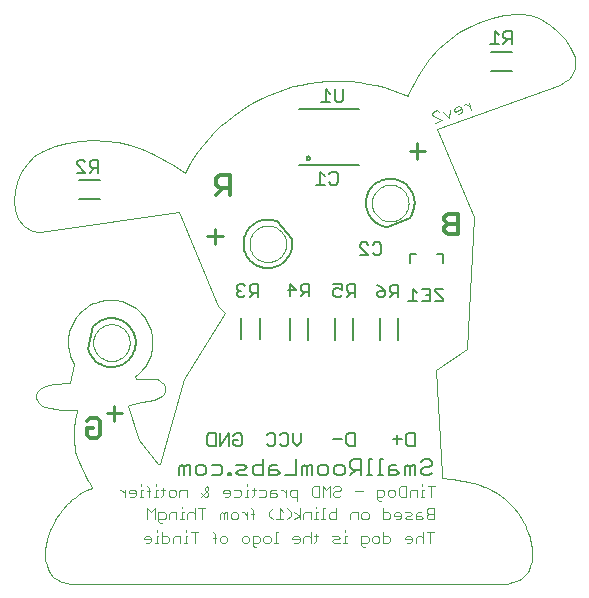
<source format=gbo>
G75*
G70*
%OFA0B0*%
%FSLAX24Y24*%
%IPPOS*%
%LPD*%
%AMOC8*
5,1,8,0,0,1.08239X$1,22.5*
%
%ADD10C,0.0000*%
%ADD11C,0.0050*%
%ADD12C,0.0090*%
%ADD13C,0.0060*%
%ADD14C,0.0030*%
%ADD15C,0.0120*%
%ADD16C,0.0080*%
D10*
X001382Y000617D02*
X001342Y000762D01*
X001315Y000858D01*
X001302Y000906D01*
X001299Y001092D01*
X001296Y001216D01*
X001295Y001278D01*
X001329Y001461D01*
X001352Y001583D01*
X001363Y001644D01*
X001427Y001821D01*
X001469Y001939D01*
X001491Y001998D01*
X001580Y002165D01*
X001640Y002277D01*
X001670Y002333D01*
X001784Y002488D01*
X001859Y002592D01*
X001897Y002643D01*
X002035Y002782D01*
X002126Y002875D01*
X002172Y002921D01*
X002331Y003039D01*
X002438Y003118D01*
X002491Y003157D01*
X002670Y003250D01*
X002789Y003311D01*
X002849Y003342D01*
X002774Y003482D01*
X002724Y003576D01*
X002698Y003623D01*
X002626Y003764D01*
X002578Y003858D01*
X002554Y003905D01*
X002487Y004049D01*
X002442Y004145D01*
X002420Y004192D01*
X002363Y004361D01*
X002325Y004474D01*
X002306Y004530D01*
X002278Y004705D01*
X002259Y004821D01*
X002249Y004879D01*
X002246Y005056D01*
X002245Y005174D01*
X002244Y005232D01*
X002264Y005408D01*
X002277Y005525D01*
X002283Y005584D01*
X002320Y005757D01*
X002345Y005873D01*
X002357Y005931D01*
X002323Y005931D01*
X002045Y005940D01*
X001760Y005946D01*
X001717Y005950D01*
X001591Y005968D01*
X001507Y005981D01*
X001464Y005987D01*
X001300Y006042D01*
X001190Y006079D01*
X001078Y006158D01*
X001028Y006248D01*
X000988Y006338D01*
X000988Y006448D01*
X001048Y006573D01*
X001158Y006668D01*
X001313Y006738D01*
X001548Y006788D01*
X002108Y006838D01*
X002258Y007468D01*
X002221Y007533D01*
X002188Y007600D01*
X002158Y007669D01*
X002132Y007739D01*
X002110Y007810D01*
X002092Y007883D01*
X002077Y007956D01*
X002066Y008030D01*
X002060Y008104D01*
X002057Y008179D01*
X002058Y008254D01*
X002064Y008328D01*
X002073Y008403D01*
X002086Y008476D01*
X002103Y008549D01*
X002124Y008621D01*
X002148Y008691D01*
X002176Y008761D01*
X002208Y008828D01*
X002244Y008894D01*
X002283Y008958D01*
X002325Y009020D01*
X002371Y009079D01*
X002419Y009136D01*
X002471Y009190D01*
X002525Y009241D01*
X002582Y009290D01*
X002641Y009335D01*
X002703Y009377D01*
X002767Y009416D01*
X002833Y009451D01*
X002901Y009483D01*
X002970Y009511D01*
X003041Y009536D01*
X003112Y009556D01*
X003185Y009573D01*
X003259Y009586D01*
X003333Y009595D01*
X003408Y009600D01*
X003483Y009601D01*
X003557Y009598D01*
X003632Y009591D01*
X003706Y009580D01*
X003779Y009566D01*
X003851Y009547D01*
X003923Y009525D01*
X003993Y009498D01*
X004061Y009468D01*
X004128Y009435D01*
X004193Y009398D01*
X004256Y009358D01*
X004317Y009314D01*
X004375Y009267D01*
X004431Y009217D01*
X004484Y009165D01*
X004534Y009109D01*
X004581Y009051D01*
X004625Y008991D01*
X004666Y008928D01*
X004703Y008863D01*
X004737Y008797D01*
X004767Y008728D01*
X004794Y008658D01*
X004817Y008587D01*
X004836Y008515D01*
X004851Y008442D01*
X004862Y008368D01*
X004869Y008293D01*
X004873Y008219D01*
X004872Y008144D01*
X004868Y008069D01*
X004859Y007995D01*
X004847Y007921D01*
X004830Y007848D01*
X004810Y007776D01*
X004786Y007706D01*
X004758Y007636D01*
X004727Y007568D01*
X004692Y007502D01*
X004654Y007438D01*
X004612Y007376D01*
X004567Y007316D01*
X004519Y007259D01*
X004468Y007204D01*
X004414Y007153D01*
X004357Y007104D01*
X004298Y007058D01*
X004308Y006968D01*
X004823Y006978D01*
X005008Y006958D01*
X005083Y006918D01*
X005173Y006878D01*
X005258Y006798D01*
X005298Y006688D01*
X005298Y006568D01*
X005258Y006468D01*
X005188Y006398D01*
X005068Y006328D01*
X004918Y006278D01*
X004538Y006198D01*
X004078Y006108D01*
X004058Y006078D01*
X004418Y004938D01*
X005068Y004128D01*
X005128Y004128D01*
X005908Y006958D01*
X006678Y008198D01*
X007288Y009178D01*
X007048Y009408D01*
X005758Y012538D01*
X001118Y011878D01*
X001098Y011878D01*
X000868Y011898D01*
X000588Y012068D01*
X000398Y012308D01*
X000288Y012588D01*
X000258Y012888D01*
X000288Y013218D01*
X000368Y013538D01*
X000428Y013698D01*
X000498Y013848D01*
X000678Y014138D01*
X000918Y014388D01*
X001218Y014568D01*
X001618Y014728D01*
X002028Y014838D01*
X002448Y014908D01*
X002868Y014928D01*
X002918Y014928D01*
X003308Y014908D01*
X003728Y014848D01*
X004128Y014748D01*
X004518Y014618D01*
X004888Y014468D01*
X005258Y014278D01*
X005608Y014068D01*
X005948Y013838D01*
X008108Y011468D02*
X008110Y011517D01*
X008116Y011566D01*
X008126Y011614D01*
X008139Y011661D01*
X008157Y011707D01*
X008178Y011751D01*
X008202Y011794D01*
X008230Y011834D01*
X008261Y011873D01*
X008295Y011908D01*
X008332Y011941D01*
X008371Y011970D01*
X008413Y011996D01*
X008456Y012019D01*
X008502Y012038D01*
X008548Y012054D01*
X008596Y012066D01*
X008644Y012074D01*
X008693Y012078D01*
X008743Y012078D01*
X008792Y012074D01*
X008840Y012066D01*
X008888Y012054D01*
X008934Y012038D01*
X008980Y012019D01*
X009023Y011996D01*
X009065Y011970D01*
X009104Y011941D01*
X009141Y011908D01*
X009175Y011873D01*
X009206Y011834D01*
X009234Y011794D01*
X009258Y011751D01*
X009279Y011707D01*
X009297Y011661D01*
X009310Y011614D01*
X009320Y011566D01*
X009326Y011517D01*
X009328Y011468D01*
X009326Y011419D01*
X009320Y011370D01*
X009310Y011322D01*
X009297Y011275D01*
X009279Y011229D01*
X009258Y011185D01*
X009234Y011142D01*
X009206Y011102D01*
X009175Y011063D01*
X009141Y011028D01*
X009104Y010995D01*
X009065Y010966D01*
X009023Y010940D01*
X008980Y010917D01*
X008934Y010898D01*
X008888Y010882D01*
X008840Y010870D01*
X008792Y010862D01*
X008743Y010858D01*
X008693Y010858D01*
X008644Y010862D01*
X008596Y010870D01*
X008548Y010882D01*
X008502Y010898D01*
X008456Y010917D01*
X008413Y010940D01*
X008371Y010966D01*
X008332Y010995D01*
X008295Y011028D01*
X008261Y011063D01*
X008230Y011102D01*
X008202Y011142D01*
X008178Y011185D01*
X008157Y011229D01*
X008139Y011275D01*
X008126Y011322D01*
X008116Y011370D01*
X008110Y011419D01*
X008108Y011468D01*
X005948Y013838D02*
X006084Y014082D01*
X006232Y014319D01*
X006391Y014549D01*
X006561Y014770D01*
X006741Y014983D01*
X006932Y015187D01*
X007133Y015382D01*
X007342Y015566D01*
X007561Y015740D01*
X007787Y015903D01*
X008022Y016055D01*
X008263Y016196D01*
X008511Y016324D01*
X008765Y016440D01*
X009024Y016544D01*
X009288Y016635D01*
X009557Y016713D01*
X009828Y016778D01*
X010103Y016830D01*
X010379Y016868D01*
X010657Y016892D01*
X010937Y016903D01*
X011216Y016901D01*
X011495Y016885D01*
X011772Y016855D01*
X012048Y016812D01*
X012322Y016755D01*
X012592Y016685D01*
X012859Y016603D01*
X013121Y016507D01*
X013378Y016398D01*
X013373Y016398D02*
X013768Y017138D01*
X014103Y017623D01*
X014388Y017953D01*
X014608Y018163D01*
X015078Y018513D01*
X015408Y018708D01*
X015798Y018878D01*
X016188Y019003D01*
X016583Y019088D01*
X017018Y019133D01*
X017168Y019133D01*
X017458Y019093D01*
X017748Y018988D01*
X018118Y018773D01*
X018368Y018573D01*
X018613Y018308D01*
X018803Y018038D01*
X018948Y017703D01*
X018958Y017323D01*
X018873Y017098D01*
X018763Y016963D01*
X018588Y016858D01*
X018448Y016768D01*
X014358Y015308D01*
X015578Y012378D01*
X015368Y007968D01*
X014328Y007268D01*
X014528Y003798D01*
X014508Y003678D01*
X014508Y003658D01*
X014809Y003625D01*
X014870Y003619D01*
X015052Y003590D01*
X015174Y003570D01*
X015234Y003561D01*
X015414Y003523D01*
X015534Y003497D01*
X015594Y003484D01*
X015789Y003421D01*
X015919Y003379D01*
X015984Y003358D01*
X016164Y003264D01*
X016283Y003202D01*
X016343Y003171D01*
X016502Y003051D01*
X016608Y002971D01*
X016661Y002932D01*
X016798Y002791D01*
X016889Y002698D01*
X016934Y002651D01*
X017048Y002495D01*
X017123Y002391D01*
X017161Y002339D01*
X017250Y002170D01*
X017310Y002058D01*
X017340Y002002D01*
X017403Y001824D01*
X017446Y001706D01*
X017467Y001647D01*
X017501Y001463D01*
X017524Y001340D01*
X017535Y001279D01*
X017533Y001093D01*
X017531Y000968D01*
X017530Y000906D01*
X017463Y000721D01*
X017419Y000597D01*
X017397Y000535D01*
X017250Y000392D01*
X017152Y000297D01*
X017103Y000250D01*
X016899Y000189D01*
X016762Y000148D01*
X016718Y000138D01*
X002158Y000138D01*
X001993Y000173D01*
X001885Y000191D01*
X001831Y000200D01*
X001694Y000283D01*
X001603Y000338D01*
X001558Y000366D01*
X001470Y000492D01*
X001411Y000575D01*
X001382Y000617D01*
X002894Y008177D02*
X002896Y008226D01*
X002902Y008275D01*
X002912Y008323D01*
X002925Y008370D01*
X002943Y008416D01*
X002964Y008460D01*
X002988Y008503D01*
X003016Y008543D01*
X003047Y008582D01*
X003081Y008617D01*
X003118Y008650D01*
X003157Y008679D01*
X003199Y008705D01*
X003242Y008728D01*
X003288Y008747D01*
X003334Y008763D01*
X003382Y008775D01*
X003430Y008783D01*
X003479Y008787D01*
X003529Y008787D01*
X003578Y008783D01*
X003626Y008775D01*
X003674Y008763D01*
X003720Y008747D01*
X003766Y008728D01*
X003809Y008705D01*
X003851Y008679D01*
X003890Y008650D01*
X003927Y008617D01*
X003961Y008582D01*
X003992Y008543D01*
X004020Y008503D01*
X004044Y008460D01*
X004065Y008416D01*
X004083Y008370D01*
X004096Y008323D01*
X004106Y008275D01*
X004112Y008226D01*
X004114Y008177D01*
X004112Y008128D01*
X004106Y008079D01*
X004096Y008031D01*
X004083Y007984D01*
X004065Y007938D01*
X004044Y007894D01*
X004020Y007851D01*
X003992Y007811D01*
X003961Y007772D01*
X003927Y007737D01*
X003890Y007704D01*
X003851Y007675D01*
X003809Y007649D01*
X003766Y007626D01*
X003720Y007607D01*
X003674Y007591D01*
X003626Y007579D01*
X003578Y007571D01*
X003529Y007567D01*
X003479Y007567D01*
X003430Y007571D01*
X003382Y007579D01*
X003334Y007591D01*
X003288Y007607D01*
X003242Y007626D01*
X003199Y007649D01*
X003157Y007675D01*
X003118Y007704D01*
X003081Y007737D01*
X003047Y007772D01*
X003016Y007811D01*
X002988Y007851D01*
X002964Y007894D01*
X002943Y007938D01*
X002925Y007984D01*
X002912Y008031D01*
X002902Y008079D01*
X002896Y008128D01*
X002894Y008177D01*
X012188Y012828D02*
X012190Y012877D01*
X012196Y012926D01*
X012206Y012974D01*
X012219Y013021D01*
X012237Y013067D01*
X012258Y013111D01*
X012282Y013154D01*
X012310Y013194D01*
X012341Y013233D01*
X012375Y013268D01*
X012412Y013301D01*
X012451Y013330D01*
X012493Y013356D01*
X012536Y013379D01*
X012582Y013398D01*
X012628Y013414D01*
X012676Y013426D01*
X012724Y013434D01*
X012773Y013438D01*
X012823Y013438D01*
X012872Y013434D01*
X012920Y013426D01*
X012968Y013414D01*
X013014Y013398D01*
X013060Y013379D01*
X013103Y013356D01*
X013145Y013330D01*
X013184Y013301D01*
X013221Y013268D01*
X013255Y013233D01*
X013286Y013194D01*
X013314Y013154D01*
X013338Y013111D01*
X013359Y013067D01*
X013377Y013021D01*
X013390Y012974D01*
X013400Y012926D01*
X013406Y012877D01*
X013408Y012828D01*
X013406Y012779D01*
X013400Y012730D01*
X013390Y012682D01*
X013377Y012635D01*
X013359Y012589D01*
X013338Y012545D01*
X013314Y012502D01*
X013286Y012462D01*
X013255Y012423D01*
X013221Y012388D01*
X013184Y012355D01*
X013145Y012326D01*
X013103Y012300D01*
X013060Y012277D01*
X013014Y012258D01*
X012968Y012242D01*
X012920Y012230D01*
X012872Y012222D01*
X012823Y012218D01*
X012773Y012218D01*
X012724Y012222D01*
X012676Y012230D01*
X012628Y012242D01*
X012582Y012258D01*
X012536Y012277D01*
X012493Y012300D01*
X012451Y012326D01*
X012412Y012355D01*
X012375Y012388D01*
X012341Y012423D01*
X012310Y012462D01*
X012282Y012502D01*
X012258Y012545D01*
X012237Y012589D01*
X012219Y012635D01*
X012206Y012682D01*
X012196Y012730D01*
X012190Y012779D01*
X012188Y012828D01*
D11*
X011044Y013515D02*
X010974Y013445D01*
X010833Y013445D01*
X010762Y013515D01*
X010609Y013445D02*
X010327Y013445D01*
X010468Y013445D02*
X010468Y013867D01*
X010609Y013726D01*
X010762Y013797D02*
X010833Y013867D01*
X010974Y013867D01*
X011044Y013797D01*
X011044Y013515D01*
X011855Y011517D02*
X011996Y011517D01*
X012066Y011446D01*
X012219Y011446D02*
X012290Y011517D01*
X012431Y011517D01*
X012501Y011446D01*
X012501Y011164D01*
X012431Y011094D01*
X012290Y011094D01*
X012219Y011164D01*
X012066Y011094D02*
X011784Y011376D01*
X011784Y011446D01*
X011855Y011517D01*
X011784Y011094D02*
X012066Y011094D01*
X012346Y010104D02*
X012487Y010034D01*
X012628Y009893D01*
X012417Y009893D01*
X012346Y009822D01*
X012346Y009752D01*
X012417Y009681D01*
X012558Y009681D01*
X012628Y009752D01*
X012628Y009893D01*
X012781Y009893D02*
X012852Y009822D01*
X013063Y009822D01*
X013063Y009681D02*
X013063Y010104D01*
X012852Y010104D01*
X012781Y010034D01*
X012781Y009893D01*
X012922Y009822D02*
X012781Y009681D01*
X013406Y009553D02*
X013688Y009553D01*
X013547Y009553D02*
X013547Y009976D01*
X013688Y009835D01*
X013841Y009976D02*
X014123Y009976D01*
X014123Y009553D01*
X013841Y009553D01*
X013982Y009765D02*
X014123Y009765D01*
X014276Y009906D02*
X014558Y009624D01*
X014558Y009553D01*
X014276Y009553D01*
X014276Y009906D02*
X014276Y009976D01*
X014558Y009976D01*
X011623Y009842D02*
X011412Y009842D01*
X011341Y009913D01*
X011341Y010054D01*
X011412Y010124D01*
X011623Y010124D01*
X011623Y009701D01*
X011482Y009842D02*
X011341Y009701D01*
X011188Y009772D02*
X011118Y009701D01*
X010977Y009701D01*
X010906Y009772D01*
X010906Y009913D01*
X010977Y009983D01*
X011047Y009983D01*
X011188Y009913D01*
X011188Y010124D01*
X010906Y010124D01*
X010103Y010144D02*
X010103Y009721D01*
X010103Y009862D02*
X009892Y009862D01*
X009821Y009933D01*
X009821Y010074D01*
X009892Y010144D01*
X010103Y010144D01*
X009962Y009862D02*
X009821Y009721D01*
X009668Y009933D02*
X009386Y009933D01*
X009457Y010144D02*
X009457Y009721D01*
X009668Y009933D02*
X009457Y010144D01*
X008405Y010118D02*
X008405Y009695D01*
X008405Y009836D02*
X008194Y009836D01*
X008124Y009907D01*
X008124Y010048D01*
X008194Y010118D01*
X008405Y010118D01*
X008264Y009836D02*
X008124Y009695D01*
X007970Y009766D02*
X007900Y009695D01*
X007759Y009695D01*
X007689Y009766D01*
X007689Y009836D01*
X007759Y009907D01*
X007829Y009907D01*
X007759Y009907D02*
X007689Y009977D01*
X007689Y010048D01*
X007759Y010118D01*
X007900Y010118D01*
X007970Y010048D01*
X007783Y005149D02*
X007642Y005149D01*
X007571Y005078D01*
X007571Y004937D02*
X007712Y004937D01*
X007571Y004937D02*
X007571Y004796D01*
X007642Y004726D01*
X007783Y004726D01*
X007853Y004796D01*
X007853Y005078D01*
X007783Y005149D01*
X007418Y005149D02*
X007418Y004726D01*
X007136Y004726D02*
X007136Y005149D01*
X006983Y005149D02*
X006772Y005149D01*
X006701Y005078D01*
X006701Y004796D01*
X006772Y004726D01*
X006983Y004726D01*
X006983Y005149D01*
X007418Y005149D02*
X007136Y004726D01*
X008686Y004801D02*
X008757Y004731D01*
X008898Y004731D01*
X008968Y004801D01*
X008968Y005083D01*
X008898Y005154D01*
X008757Y005154D01*
X008686Y005083D01*
X009121Y005083D02*
X009192Y005154D01*
X009333Y005154D01*
X009403Y005083D01*
X009403Y004801D01*
X009333Y004731D01*
X009192Y004731D01*
X009121Y004801D01*
X009556Y004872D02*
X009556Y005154D01*
X009556Y004872D02*
X009697Y004731D01*
X009838Y004872D01*
X009838Y005154D01*
X010901Y004957D02*
X011183Y004957D01*
X011336Y004816D02*
X011407Y004746D01*
X011618Y004746D01*
X011618Y005169D01*
X011407Y005169D01*
X011336Y005098D01*
X011336Y004816D01*
X012896Y004952D02*
X013178Y004952D01*
X013037Y005093D02*
X013037Y004811D01*
X013331Y004811D02*
X013331Y005093D01*
X013402Y005164D01*
X013613Y005164D01*
X013613Y004741D01*
X013402Y004741D01*
X013331Y004811D01*
X003063Y013843D02*
X003063Y014266D01*
X002852Y014266D01*
X002781Y014196D01*
X002781Y014055D01*
X002852Y013984D01*
X003063Y013984D01*
X002922Y013984D02*
X002781Y013843D01*
X002628Y013843D02*
X002346Y014125D01*
X002346Y014196D01*
X002417Y014266D01*
X002558Y014266D01*
X002628Y014196D01*
X002628Y013843D02*
X002346Y013843D01*
X010506Y016193D02*
X010788Y016193D01*
X010647Y016193D02*
X010647Y016616D01*
X010788Y016475D01*
X010941Y016616D02*
X010941Y016264D01*
X011012Y016193D01*
X011153Y016193D01*
X011223Y016264D01*
X011223Y016616D01*
X016136Y018141D02*
X016418Y018141D01*
X016277Y018141D02*
X016277Y018564D01*
X016418Y018423D01*
X016571Y018493D02*
X016571Y018352D01*
X016642Y018282D01*
X016853Y018282D01*
X016712Y018282D02*
X016571Y018141D01*
X016853Y018141D02*
X016853Y018564D01*
X016642Y018564D01*
X016571Y018493D01*
D12*
X013706Y014826D02*
X013706Y014312D01*
X013963Y014569D02*
X013449Y014569D01*
X007213Y011719D02*
X006699Y011719D01*
X006956Y011976D02*
X006956Y011462D01*
X003606Y006076D02*
X003606Y005562D01*
X003863Y005819D02*
X003349Y005819D01*
D13*
X005763Y004015D02*
X005763Y003749D01*
X005940Y003749D02*
X005940Y004015D01*
X005851Y004103D01*
X005763Y004015D01*
X005940Y004015D02*
X006028Y004103D01*
X006117Y004103D01*
X006117Y003749D01*
X006307Y003838D02*
X006307Y004015D01*
X006395Y004103D01*
X006572Y004103D01*
X006661Y004015D01*
X006661Y003838D01*
X006572Y003749D01*
X006395Y003749D01*
X006307Y003838D01*
X006850Y003749D02*
X007116Y003749D01*
X007204Y003838D01*
X007204Y004015D01*
X007116Y004103D01*
X006850Y004103D01*
X007388Y003838D02*
X007388Y003749D01*
X007476Y003749D01*
X007476Y003838D01*
X007388Y003838D01*
X007666Y003838D02*
X007754Y003926D01*
X007931Y003926D01*
X008020Y004015D01*
X007931Y004103D01*
X007666Y004103D01*
X007666Y003838D02*
X007754Y003749D01*
X008020Y003749D01*
X008210Y003838D02*
X008210Y004015D01*
X008298Y004103D01*
X008564Y004103D01*
X008564Y004280D02*
X008564Y003749D01*
X008298Y003749D01*
X008210Y003838D01*
X008753Y003926D02*
X009019Y003926D01*
X009107Y003838D01*
X009019Y003749D01*
X008753Y003749D01*
X008753Y004015D01*
X008842Y004103D01*
X009019Y004103D01*
X009297Y003749D02*
X009651Y003749D01*
X009651Y004280D01*
X009841Y004015D02*
X009929Y004103D01*
X010018Y004015D01*
X010018Y003749D01*
X010195Y003749D02*
X010195Y004103D01*
X010106Y004103D01*
X010018Y004015D01*
X009841Y004015D02*
X009841Y003749D01*
X010385Y003838D02*
X010385Y004015D01*
X010473Y004103D01*
X010650Y004103D01*
X010739Y004015D01*
X010739Y003838D01*
X010650Y003749D01*
X010473Y003749D01*
X010385Y003838D01*
X010928Y003838D02*
X010928Y004015D01*
X011017Y004103D01*
X011194Y004103D01*
X011282Y004015D01*
X011282Y003838D01*
X011194Y003749D01*
X011017Y003749D01*
X010928Y003838D01*
X011472Y003749D02*
X011649Y003926D01*
X011561Y003926D02*
X011826Y003926D01*
X011826Y003749D02*
X011826Y004280D01*
X011561Y004280D01*
X011472Y004192D01*
X011472Y004015D01*
X011561Y003926D01*
X012012Y003749D02*
X012189Y003749D01*
X012100Y003749D02*
X012100Y004280D01*
X012189Y004280D01*
X012463Y004280D02*
X012463Y003749D01*
X012551Y003749D02*
X012374Y003749D01*
X012741Y003749D02*
X013006Y003749D01*
X013095Y003838D01*
X013006Y003926D01*
X012741Y003926D01*
X012741Y004015D02*
X012741Y003749D01*
X012741Y004015D02*
X012829Y004103D01*
X013006Y004103D01*
X013285Y004015D02*
X013285Y003749D01*
X013462Y003749D02*
X013462Y004015D01*
X013373Y004103D01*
X013285Y004015D01*
X013462Y004015D02*
X013550Y004103D01*
X013639Y004103D01*
X013639Y003749D01*
X013828Y003838D02*
X013917Y003749D01*
X014094Y003749D01*
X014182Y003838D01*
X014094Y004015D02*
X013917Y004015D01*
X013828Y003926D01*
X013828Y003838D01*
X014094Y004015D02*
X014182Y004103D01*
X014182Y004192D01*
X014094Y004280D01*
X013917Y004280D01*
X013828Y004192D01*
X012551Y004280D02*
X012463Y004280D01*
X012443Y008279D02*
X012443Y008988D01*
X013073Y008988D02*
X013073Y008279D01*
X011573Y008279D02*
X011573Y008988D01*
X010943Y008988D02*
X010943Y008279D01*
X010073Y008279D02*
X010073Y008988D01*
X009443Y008988D02*
X009443Y008279D01*
X008447Y008297D02*
X008447Y009006D01*
X007817Y009006D02*
X007817Y008297D01*
X003118Y012973D02*
X002409Y012973D01*
X002409Y013603D02*
X003118Y013603D01*
X009748Y014108D02*
X011758Y014108D01*
X011758Y015968D02*
X009748Y015968D01*
X013448Y011139D02*
X013668Y011139D01*
X013448Y011139D02*
X013448Y010819D01*
X014348Y011139D02*
X014568Y011139D01*
X014568Y010819D01*
X016149Y017223D02*
X016858Y017223D01*
X016858Y017853D02*
X016149Y017853D01*
D14*
X015414Y016174D02*
X015497Y015946D01*
X015456Y016060D02*
X015300Y016132D01*
X015243Y016111D01*
X015151Y016013D02*
X015193Y015899D01*
X015156Y015822D01*
X015042Y015780D01*
X014944Y015873D02*
X015172Y015956D01*
X015151Y016013D02*
X015073Y016050D01*
X014959Y016008D01*
X014923Y015930D01*
X014944Y015873D01*
X014790Y015946D02*
X014759Y015677D01*
X014562Y015863D01*
X014428Y015879D02*
X014351Y015916D01*
X014237Y015874D01*
X014200Y015796D01*
X014221Y015739D01*
X014532Y015594D01*
X014304Y015511D01*
X013867Y003456D02*
X013867Y003396D01*
X013867Y003274D02*
X013867Y003032D01*
X013807Y003032D02*
X013928Y003032D01*
X014169Y003032D02*
X014169Y003396D01*
X014290Y003396D02*
X014048Y003396D01*
X013928Y003274D02*
X013867Y003274D01*
X013686Y003274D02*
X013686Y003032D01*
X013686Y003274D02*
X013504Y003274D01*
X013444Y003214D01*
X013444Y003032D01*
X013324Y003032D02*
X013142Y003032D01*
X013081Y003092D01*
X013081Y003335D01*
X013142Y003396D01*
X013324Y003396D01*
X013324Y003032D01*
X012961Y003092D02*
X012901Y003032D01*
X012779Y003032D01*
X012719Y003092D01*
X012719Y003214D01*
X012779Y003274D01*
X012901Y003274D01*
X012961Y003214D01*
X012961Y003092D01*
X012599Y003092D02*
X012538Y003032D01*
X012356Y003032D01*
X012356Y002971D02*
X012356Y003274D01*
X012538Y003274D01*
X012599Y003214D01*
X012599Y003092D01*
X012477Y002910D02*
X012417Y002910D01*
X012356Y002971D01*
X012558Y002648D02*
X012558Y002284D01*
X012740Y002284D01*
X012801Y002344D01*
X012801Y002466D01*
X012740Y002526D01*
X012558Y002526D01*
X012921Y002466D02*
X012921Y002405D01*
X013164Y002405D01*
X013164Y002466D02*
X013103Y002526D01*
X012982Y002526D01*
X012921Y002466D01*
X012982Y002284D02*
X013103Y002284D01*
X013164Y002344D01*
X013164Y002466D01*
X013283Y002526D02*
X013465Y002526D01*
X013526Y002466D01*
X013465Y002405D01*
X013344Y002405D01*
X013283Y002344D01*
X013344Y002284D01*
X013526Y002284D01*
X013646Y002284D02*
X013646Y002466D01*
X013707Y002526D01*
X013828Y002526D01*
X013828Y002405D02*
X013646Y002405D01*
X013646Y002284D02*
X013828Y002284D01*
X013889Y002344D01*
X013828Y002405D01*
X014008Y002405D02*
X014008Y002344D01*
X014069Y002284D01*
X014251Y002284D01*
X014251Y002648D01*
X014069Y002648D01*
X014008Y002587D01*
X014008Y002526D01*
X014069Y002466D01*
X014251Y002466D01*
X014069Y002466D02*
X014008Y002405D01*
X014008Y001860D02*
X014251Y001860D01*
X014130Y001860D02*
X014130Y001496D01*
X013889Y001496D02*
X013889Y001860D01*
X013828Y001739D02*
X013889Y001678D01*
X013828Y001739D02*
X013707Y001739D01*
X013646Y001678D01*
X013646Y001496D01*
X013526Y001557D02*
X013526Y001678D01*
X013465Y001739D01*
X013344Y001739D01*
X013283Y001678D01*
X013283Y001618D01*
X013526Y001618D01*
X013526Y001557D02*
X013465Y001496D01*
X013344Y001496D01*
X012801Y001557D02*
X012740Y001496D01*
X012558Y001496D01*
X012558Y001860D01*
X012558Y001739D02*
X012740Y001739D01*
X012801Y001678D01*
X012801Y001557D01*
X012439Y001557D02*
X012378Y001496D01*
X012257Y001496D01*
X012196Y001557D01*
X012196Y001678D01*
X012257Y001739D01*
X012378Y001739D01*
X012439Y001678D01*
X012439Y001557D01*
X012076Y001557D02*
X012015Y001496D01*
X011833Y001496D01*
X011833Y001436D02*
X011833Y001739D01*
X012015Y001739D01*
X012076Y001678D01*
X012076Y001557D01*
X011955Y001375D02*
X011894Y001375D01*
X011833Y001436D01*
X011351Y001496D02*
X011230Y001496D01*
X011291Y001496D02*
X011291Y001739D01*
X011351Y001739D01*
X011291Y001860D02*
X011291Y001921D01*
X011049Y001739D02*
X011109Y001678D01*
X011049Y001618D01*
X010928Y001618D01*
X010867Y001557D01*
X010928Y001496D01*
X011109Y001496D01*
X011049Y001739D02*
X010867Y001739D01*
X010385Y001739D02*
X010263Y001739D01*
X010324Y001800D02*
X010324Y001557D01*
X010263Y001496D01*
X010143Y001496D02*
X010143Y001860D01*
X010082Y001739D02*
X009961Y001739D01*
X009900Y001678D01*
X009900Y001496D01*
X009780Y001557D02*
X009780Y001678D01*
X009720Y001739D01*
X009598Y001739D01*
X009538Y001678D01*
X009538Y001618D01*
X009780Y001618D01*
X009780Y001557D02*
X009720Y001496D01*
X009598Y001496D01*
X009055Y001496D02*
X008934Y001496D01*
X008995Y001496D02*
X008995Y001860D01*
X009055Y001860D01*
X008814Y001678D02*
X008814Y001557D01*
X008753Y001496D01*
X008632Y001496D01*
X008571Y001557D01*
X008571Y001678D01*
X008632Y001739D01*
X008753Y001739D01*
X008814Y001678D01*
X008451Y001678D02*
X008451Y001557D01*
X008391Y001496D01*
X008209Y001496D01*
X008209Y001436D02*
X008209Y001739D01*
X008391Y001739D01*
X008451Y001678D01*
X008330Y001375D02*
X008269Y001375D01*
X008209Y001436D01*
X008089Y001557D02*
X008028Y001496D01*
X007907Y001496D01*
X007846Y001557D01*
X007846Y001678D01*
X007907Y001739D01*
X008028Y001739D01*
X008089Y001678D01*
X008089Y001557D01*
X008028Y002284D02*
X008028Y002526D01*
X007907Y002526D02*
X007846Y002526D01*
X007907Y002526D02*
X008028Y002405D01*
X008149Y002466D02*
X008270Y002466D01*
X008209Y002587D02*
X008209Y002284D01*
X008209Y002587D02*
X008149Y002648D01*
X008188Y003032D02*
X008249Y003092D01*
X008249Y003335D01*
X008309Y003274D02*
X008188Y003274D01*
X008068Y003274D02*
X008007Y003274D01*
X008007Y003032D01*
X008068Y003032D02*
X007946Y003032D01*
X007826Y003092D02*
X007765Y003032D01*
X007583Y003032D01*
X007464Y003092D02*
X007464Y003214D01*
X007403Y003274D01*
X007282Y003274D01*
X007221Y003214D01*
X007221Y003153D01*
X007464Y003153D01*
X007464Y003092D02*
X007403Y003032D01*
X007282Y003032D01*
X007583Y003274D02*
X007765Y003274D01*
X007826Y003214D01*
X007826Y003092D01*
X008007Y003396D02*
X008007Y003456D01*
X008429Y003274D02*
X008611Y003274D01*
X008672Y003214D01*
X008672Y003092D01*
X008611Y003032D01*
X008429Y003032D01*
X008792Y003032D02*
X008974Y003032D01*
X009034Y003092D01*
X008974Y003153D01*
X008792Y003153D01*
X008792Y003214D02*
X008792Y003032D01*
X008792Y003214D02*
X008852Y003274D01*
X008974Y003274D01*
X009154Y003274D02*
X009215Y003274D01*
X009336Y003153D01*
X009336Y003032D02*
X009336Y003274D01*
X009456Y003214D02*
X009517Y003274D01*
X009699Y003274D01*
X009699Y002910D01*
X009699Y003032D02*
X009517Y003032D01*
X009456Y003092D01*
X009456Y003214D01*
X009357Y002648D02*
X009478Y002526D01*
X009478Y002405D01*
X009357Y002284D01*
X009237Y002284D02*
X008994Y002284D01*
X008874Y002284D02*
X008753Y002405D01*
X008753Y002526D01*
X008874Y002648D01*
X009115Y002648D02*
X009115Y002284D01*
X009237Y002526D02*
X009115Y002648D01*
X009598Y002526D02*
X009780Y002405D01*
X009598Y002284D01*
X009780Y002284D02*
X009780Y002648D01*
X009961Y002526D02*
X009900Y002466D01*
X009900Y002284D01*
X010143Y002284D02*
X010143Y002526D01*
X009961Y002526D01*
X010324Y002526D02*
X010324Y002284D01*
X010385Y002284D02*
X010263Y002284D01*
X010505Y002284D02*
X010626Y002284D01*
X010566Y002284D02*
X010566Y002648D01*
X010626Y002648D01*
X010746Y002466D02*
X010807Y002526D01*
X010989Y002526D01*
X010989Y002648D02*
X010989Y002284D01*
X010807Y002284D01*
X010746Y002344D01*
X010746Y002466D01*
X010385Y002526D02*
X010324Y002526D01*
X010324Y002648D02*
X010324Y002708D01*
X010242Y003032D02*
X010181Y003092D01*
X010181Y003335D01*
X010242Y003396D01*
X010424Y003396D01*
X010424Y003032D01*
X010242Y003032D01*
X010544Y003032D02*
X010544Y003396D01*
X010665Y003274D01*
X010786Y003396D01*
X010786Y003032D01*
X010906Y003092D02*
X010967Y003032D01*
X011088Y003032D01*
X011149Y003092D01*
X011088Y003214D02*
X011149Y003274D01*
X011149Y003335D01*
X011088Y003396D01*
X010967Y003396D01*
X010906Y003335D01*
X010967Y003214D02*
X010906Y003153D01*
X010906Y003092D01*
X010967Y003214D02*
X011088Y003214D01*
X011631Y003214D02*
X011874Y003214D01*
X011894Y002526D02*
X012015Y002526D01*
X012076Y002466D01*
X012076Y002344D01*
X012015Y002284D01*
X011894Y002284D01*
X011833Y002344D01*
X011833Y002466D01*
X011894Y002526D01*
X011714Y002526D02*
X011532Y002526D01*
X011471Y002466D01*
X011471Y002284D01*
X011714Y002284D02*
X011714Y002526D01*
X010143Y001678D02*
X010082Y001739D01*
X007726Y002344D02*
X007666Y002284D01*
X007544Y002284D01*
X007484Y002344D01*
X007484Y002466D01*
X007544Y002526D01*
X007666Y002526D01*
X007726Y002466D01*
X007726Y002344D01*
X007364Y002284D02*
X007364Y002526D01*
X007303Y002526D01*
X007243Y002466D01*
X007182Y002526D01*
X007121Y002466D01*
X007121Y002284D01*
X007243Y002284D02*
X007243Y002466D01*
X006639Y002648D02*
X006396Y002648D01*
X006276Y002648D02*
X006276Y002284D01*
X006276Y002466D02*
X006216Y002526D01*
X006094Y002526D01*
X006034Y002466D01*
X006034Y002284D01*
X005914Y002284D02*
X005793Y002284D01*
X005853Y002284D02*
X005853Y002526D01*
X005914Y002526D01*
X005853Y002648D02*
X005853Y002708D01*
X005672Y002526D02*
X005490Y002526D01*
X005430Y002466D01*
X005430Y002284D01*
X005310Y002344D02*
X005249Y002284D01*
X005067Y002284D01*
X005067Y002223D02*
X005067Y002526D01*
X005249Y002526D01*
X005310Y002466D01*
X005310Y002344D01*
X005188Y002162D02*
X005128Y002162D01*
X005067Y002223D01*
X004947Y002284D02*
X004947Y002648D01*
X004826Y002526D01*
X004705Y002648D01*
X004705Y002284D01*
X005008Y001921D02*
X005008Y001860D01*
X005008Y001739D02*
X005008Y001496D01*
X005068Y001496D02*
X004947Y001496D01*
X004826Y001557D02*
X004826Y001678D01*
X004766Y001739D01*
X004645Y001739D01*
X004584Y001678D01*
X004584Y001618D01*
X004826Y001618D01*
X004826Y001557D02*
X004766Y001496D01*
X004645Y001496D01*
X005008Y001739D02*
X005068Y001739D01*
X005188Y001739D02*
X005370Y001739D01*
X005431Y001678D01*
X005431Y001557D01*
X005370Y001496D01*
X005188Y001496D01*
X005188Y001860D01*
X005550Y001678D02*
X005550Y001496D01*
X005550Y001678D02*
X005611Y001739D01*
X005793Y001739D01*
X005793Y001496D01*
X005913Y001496D02*
X006035Y001496D01*
X005974Y001496D02*
X005974Y001739D01*
X006035Y001739D01*
X005974Y001860D02*
X005974Y001921D01*
X006155Y001860D02*
X006397Y001860D01*
X006276Y001860D02*
X006276Y001496D01*
X006880Y001678D02*
X007001Y001678D01*
X007121Y001678D02*
X007182Y001739D01*
X007303Y001739D01*
X007364Y001678D01*
X007364Y001557D01*
X007303Y001496D01*
X007182Y001496D01*
X007121Y001557D01*
X007121Y001678D01*
X006941Y001800D02*
X006941Y001496D01*
X006941Y001800D02*
X006880Y001860D01*
X006518Y002284D02*
X006518Y002648D01*
X006496Y003032D02*
X006739Y003274D01*
X006739Y003335D01*
X006678Y003396D01*
X006617Y003335D01*
X006617Y003274D01*
X006739Y003153D01*
X006739Y003092D01*
X006678Y003032D01*
X006617Y003032D01*
X006496Y003153D01*
X006014Y003032D02*
X006014Y003274D01*
X005832Y003274D01*
X005771Y003214D01*
X005771Y003032D01*
X005651Y003092D02*
X005591Y003032D01*
X005469Y003032D01*
X005409Y003092D01*
X005409Y003214D01*
X005469Y003274D01*
X005591Y003274D01*
X005651Y003214D01*
X005651Y003092D01*
X005289Y003274D02*
X005167Y003274D01*
X005228Y003335D02*
X005228Y003092D01*
X005167Y003032D01*
X005047Y003032D02*
X004926Y003032D01*
X004986Y003032D02*
X004986Y003274D01*
X005047Y003274D01*
X004986Y003396D02*
X004986Y003456D01*
X004745Y003335D02*
X004684Y003396D01*
X004745Y003335D02*
X004745Y003032D01*
X004564Y003032D02*
X004442Y003032D01*
X004503Y003032D02*
X004503Y003274D01*
X004564Y003274D01*
X004684Y003214D02*
X004805Y003214D01*
X004503Y003396D02*
X004503Y003456D01*
X004322Y003214D02*
X004261Y003274D01*
X004140Y003274D01*
X004079Y003214D01*
X004079Y003153D01*
X004322Y003153D01*
X004322Y003092D02*
X004322Y003214D01*
X004322Y003092D02*
X004261Y003032D01*
X004140Y003032D01*
X003960Y003032D02*
X003960Y003274D01*
X003960Y003153D02*
X003838Y003274D01*
X003778Y003274D01*
X005672Y002526D02*
X005672Y002284D01*
D15*
X003015Y004998D02*
X002788Y004998D01*
X002674Y005112D01*
X002674Y005339D01*
X002901Y005339D01*
X003128Y005565D02*
X003128Y005112D01*
X003015Y004998D01*
X003128Y005565D02*
X003015Y005679D01*
X002788Y005679D01*
X002674Y005565D01*
X006994Y013098D02*
X007221Y013325D01*
X007108Y013325D02*
X007448Y013325D01*
X007448Y013098D02*
X007448Y013779D01*
X007108Y013779D01*
X006994Y013665D01*
X006994Y013439D01*
X007108Y013325D01*
X014594Y012365D02*
X014594Y012252D01*
X014708Y012139D01*
X015048Y012139D01*
X015048Y012479D02*
X014708Y012479D01*
X014594Y012365D01*
X014708Y012139D02*
X014594Y012025D01*
X014594Y011912D01*
X014708Y011798D01*
X015048Y011798D01*
X015048Y012479D01*
D16*
X013446Y012341D02*
X012727Y012021D01*
X012727Y012020D02*
X012671Y012027D01*
X012616Y012038D01*
X012561Y012052D01*
X012508Y012071D01*
X012456Y012092D01*
X012406Y012118D01*
X012358Y012147D01*
X012312Y012179D01*
X012268Y012214D01*
X012227Y012252D01*
X012188Y012293D01*
X012153Y012337D01*
X012120Y012383D01*
X012091Y012431D01*
X012065Y012481D01*
X012043Y012532D01*
X012024Y012585D01*
X012009Y012639D01*
X011998Y012695D01*
X011991Y012750D01*
X011987Y012806D01*
X011988Y012863D01*
X011992Y012919D01*
X012000Y012974D01*
X012012Y013029D01*
X012028Y013083D01*
X012048Y013136D01*
X012071Y013187D01*
X012097Y013237D01*
X012127Y013284D01*
X012161Y013329D01*
X012197Y013372D01*
X012236Y013413D01*
X012278Y013450D01*
X012322Y013485D01*
X012369Y013516D01*
X012418Y013544D01*
X012468Y013569D01*
X012520Y013590D01*
X012574Y013607D01*
X012628Y013621D01*
X012684Y013631D01*
X012739Y013637D01*
X012796Y013639D01*
X012852Y013637D01*
X012908Y013632D01*
X012963Y013622D01*
X013018Y013609D01*
X013071Y013592D01*
X013124Y013571D01*
X013174Y013546D01*
X013223Y013519D01*
X013270Y013488D01*
X013314Y013453D01*
X013357Y013416D01*
X013396Y013376D01*
X013432Y013333D01*
X013466Y013288D01*
X013496Y013241D01*
X013523Y013191D01*
X013547Y013140D01*
X013566Y013088D01*
X013582Y013034D01*
X013595Y012979D01*
X013603Y012923D01*
X013608Y012867D01*
X013609Y012811D01*
X013606Y012755D01*
X013599Y012699D01*
X013588Y012644D01*
X013573Y012590D01*
X013555Y012537D01*
X013533Y012485D01*
X013507Y012435D01*
X013478Y012387D01*
X013446Y012341D01*
X010011Y014328D02*
X010013Y014343D01*
X010019Y014356D01*
X010028Y014368D01*
X010039Y014377D01*
X010053Y014383D01*
X010068Y014385D01*
X010083Y014383D01*
X010096Y014377D01*
X010108Y014368D01*
X010117Y014357D01*
X010123Y014343D01*
X010125Y014328D01*
X010123Y014313D01*
X010117Y014300D01*
X010108Y014288D01*
X010097Y014279D01*
X010083Y014273D01*
X010068Y014271D01*
X010053Y014273D01*
X010040Y014279D01*
X010028Y014288D01*
X010019Y014299D01*
X010013Y014313D01*
X010011Y014328D01*
X009008Y012225D02*
X009514Y011622D01*
X009523Y011566D01*
X009528Y011510D01*
X009529Y011454D01*
X009526Y011398D01*
X009519Y011342D01*
X009509Y011287D01*
X009494Y011233D01*
X009476Y011180D01*
X009454Y011128D01*
X009429Y011078D01*
X009400Y011029D01*
X009368Y010983D01*
X009333Y010939D01*
X009295Y010898D01*
X009254Y010859D01*
X009210Y010824D01*
X009165Y010791D01*
X009117Y010762D01*
X009067Y010736D01*
X009015Y010713D01*
X008962Y010695D01*
X008908Y010680D01*
X008853Y010668D01*
X008797Y010661D01*
X008741Y010657D01*
X008685Y010658D01*
X008629Y010662D01*
X008573Y010670D01*
X008518Y010682D01*
X008464Y010698D01*
X008412Y010717D01*
X008360Y010740D01*
X008311Y010767D01*
X008263Y010797D01*
X008218Y010830D01*
X008175Y010866D01*
X008134Y010905D01*
X008097Y010947D01*
X008062Y010991D01*
X008031Y011038D01*
X008002Y011086D01*
X007978Y011137D01*
X007957Y011189D01*
X007939Y011242D01*
X007925Y011297D01*
X007915Y011352D01*
X007909Y011408D01*
X007907Y011464D01*
X007909Y011520D01*
X007914Y011576D01*
X007924Y011632D01*
X007937Y011686D01*
X007954Y011740D01*
X007975Y011792D01*
X007999Y011843D01*
X008027Y011892D01*
X008058Y011939D01*
X008092Y011983D01*
X008129Y012025D01*
X008169Y012065D01*
X008212Y012101D01*
X008257Y012135D01*
X008304Y012165D01*
X008353Y012192D01*
X008404Y012216D01*
X008457Y012236D01*
X008511Y012252D01*
X008566Y012265D01*
X008621Y012273D01*
X008677Y012278D01*
X008733Y012279D01*
X008789Y012276D01*
X008845Y012269D01*
X008900Y012258D01*
X008955Y012244D01*
X009008Y012225D01*
X002902Y008720D02*
X002941Y008761D01*
X002983Y008798D01*
X003027Y008833D01*
X003074Y008864D01*
X003122Y008893D01*
X003173Y008917D01*
X003225Y008938D01*
X003278Y008956D01*
X003333Y008970D01*
X003388Y008980D01*
X003444Y008986D01*
X003500Y008988D01*
X003556Y008986D01*
X003612Y008981D01*
X003668Y008971D01*
X003722Y008958D01*
X003776Y008941D01*
X003828Y008920D01*
X003879Y008896D01*
X003928Y008868D01*
X003975Y008837D01*
X004019Y008803D01*
X004061Y008766D01*
X004101Y008726D01*
X004137Y008683D01*
X004171Y008638D01*
X004201Y008591D01*
X004228Y008542D01*
X004252Y008491D01*
X004272Y008438D01*
X004288Y008384D01*
X004301Y008329D01*
X004309Y008274D01*
X004314Y008218D01*
X004315Y008162D01*
X004312Y008106D01*
X004305Y008050D01*
X004294Y007995D01*
X004280Y007940D01*
X004261Y007887D01*
X004240Y007835D01*
X004214Y007785D01*
X004185Y007737D01*
X004153Y007691D01*
X004118Y007647D01*
X004080Y007606D01*
X004039Y007567D01*
X003995Y007532D01*
X003949Y007499D01*
X003901Y007470D01*
X003851Y007444D01*
X003800Y007422D01*
X003747Y007403D01*
X003693Y007388D01*
X003637Y007377D01*
X003582Y007370D01*
X003526Y007366D01*
X003469Y007367D01*
X003413Y007371D01*
X003358Y007379D01*
X003303Y007391D01*
X003249Y007407D01*
X003196Y007427D01*
X003145Y007450D01*
X003095Y007476D01*
X003048Y007506D01*
X003003Y007540D01*
X002960Y007576D01*
X002919Y007615D01*
X002882Y007657D01*
X002847Y007701D01*
X002816Y007748D01*
X002788Y007797D01*
X002763Y007847D01*
X002742Y007899D01*
X002725Y007953D01*
X002725Y007952D02*
X002903Y008720D01*
M02*

</source>
